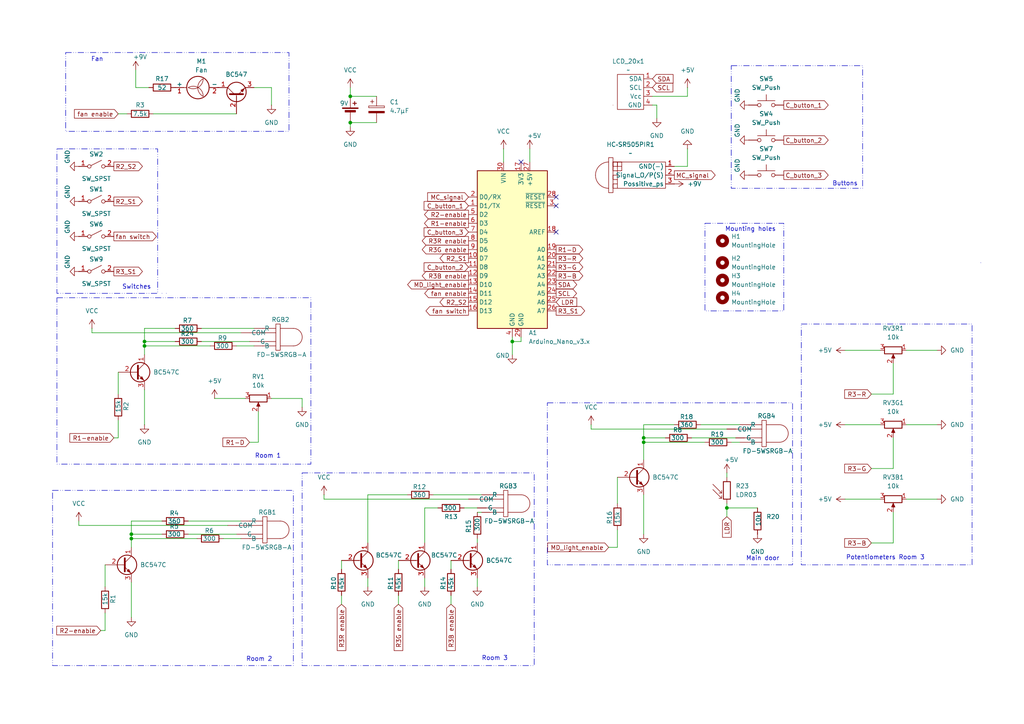
<source format=kicad_sch>
(kicad_sch (version 20231120) (generator "eeschema") (generator_version "8.0")
  (paper "A4")
  (title_block (title "Semester project (smart house)") (date "2024-10-23") (rev "v6") (company "Group 4"))
  (lib_symbols
    (symbol "101020353:LCD_screen"
      (property "Reference" "LCD_20x4" (at -0.508 1.27 0))
      (symbol "LCD_screen_0_1"
        (rectangle (start -6.35 -10.16) (end -6.35 -10.16))
        (rectangle (start -5.08 -1.27) (end 2.54 -11.43))
      )
      (symbol "LCD_screen_1_1"
        (pin bidirectional line (at 5.08 -2.54 180) (length 2.54) (name "SDA") (number "1"))
        (pin bidirectional line (at 5.08 -5.08 180) (length 2.54) (name "SCL") (number "2"))
        (pin input line (at 5.08 -7.62 180) (length 2.54) (name "Vcc") (number "3"))
        (pin passive line (at 5.08 -10.16 180) (length 2.54) (name "GND") (number "4"))
      )
    )
    (symbol "101020353:Pir_sencor"
      (property "Reference" "HC–SR505PIR" (at 3.302 1.524 0))
      (symbol "Pir_sencor_0_1"
        (arc (start -8.89 -3.81) (mid -7.7741 -6.5041) (end -5.08 -7.62))
        (arc (start -5.08 0) (mid -7.7741 -1.1159) (end -8.89 -3.81))
        (rectangle (start -5.08 1.27) (end -3.81 -8.89))
        (rectangle (start -3.81 0) (end -2.54 -1.27))
        (rectangle (start -2.54 0) (end 11.43 -7.62))
        (rectangle (start -1.27 -2.54) (end -3.81 0))
        (polyline (pts (xy -2.54 -1.27) (xy -1.27 -1.27)))
        (polyline (pts (xy -2.54 -6.35) (xy -3.81 -6.35) (xy -3.81 -7.62) (xy -2.54 -7.62)))
        (polyline (pts (xy -2.54 -3.81) (xy -3.81 -3.81) (xy -3.81 -5.08) (xy -2.54 -5.08)))
      )
      (symbol "Pir_sencor_1_1"
        (pin passive line (at 13.97 -1.27 180) (length 2.54) (name "GND(-)") (number "1"))
        (pin output line (at 13.97 -3.81 180) (length 2.54) (name "Signal_O/P(S)") (number "2"))
        (pin input line (at 13.97 -6.35 180) (length 2.54) (name "Possitive_ps") (number "3"))
      )
    )
    (symbol "Device:Battery_Cell" (pin_numbers hide) (pin_names (offset 0) hide)
      (property "Reference" "BT" (at 2.54 2.54 0))
      (property "Value" "Battery_Cell" (at 2.54 0 0))
      (symbol "Battery_Cell_0_1"
        (rectangle (start -2.286 1.778) (end 2.286 1.524) (fill (type outline)))
        (rectangle (start -1.524 1.016) (end 1.524 0.508) (fill (type outline)))
        (polyline (pts (xy 0 0.762) (xy 0 0)))
        (polyline (pts (xy 0 1.778) (xy 0 2.54)))
        (polyline (pts (xy 0.762 3.048) (xy 1.778 3.048)) (stroke (width 0.254)))
        (polyline (pts (xy 1.27 3.556) (xy 1.27 2.54)) (stroke (width 0.254)))
      )
      (symbol "Battery_Cell_1_1"
        (pin passive line (at 0 5.08 270) (length 2.54) (name "+") (number "1"))
        (pin passive line (at 0 -2.54 90) (length 2.54) (name "-") (number "2"))
      )
    )
    (symbol "Device:C_Polarized" (pin_numbers hide) (pin_names (offset 0.254))
      (property "Reference" "C" (at 0.635 2.54 0))
      (property "Value" "C_Polarized" (at 0.635 -2.54 0))
      (symbol "C_Polarized_0_1"
        (rectangle (start -2.286 0.508) (end 2.286 1.016))
        (polyline (pts (xy -1.778 2.286) (xy -0.762 2.286)))
        (polyline (pts (xy -1.27 2.794) (xy -1.27 1.778)))
        (rectangle (start 2.286 -0.508) (end -2.286 -1.016) (fill (type outline)))
      )
      (symbol "C_Polarized_1_1"
        (pin passive line (at 0 3.81 270) (length 2.794) (name "~") (number "1"))
        (pin passive line (at 0 -3.81 90) (length 2.794) (name "~") (number "2"))
      )
    )
    (symbol "Device:R" (pin_numbers hide) (pin_names (offset 0))
      (property "Reference" "R" (at 2.032 0 90))
      (property "Value" "R" (at 0 0 90))
      (symbol "R_0_1"
        (rectangle (start -1.016 -2.54) (end 1.016 2.54) (stroke (width 0.254)))
      )
      (symbol "R_1_1"
        (pin passive line (at 0 3.81 270) (length 1.27) (name "~") (number "1"))
        (pin passive line (at 0 -3.81 90) (length 1.27) (name "~") (number "2"))
      )
    )
    (symbol "Device:R_Potentiometer" (pin_names (offset 1.016) hide)
      (property "Reference" "RV" (at -4.445 0 90))
      (property "Value" "R_Potentiometer" (at -2.54 0 90))
      (symbol "R_Potentiometer_0_1"
        (polyline (pts (xy 2.54 0) (xy 1.524 0)))
        (polyline (pts (xy 1.143 0) (xy 2.286 0.508) (xy 2.286 -0.508) (xy 1.143 0)) (fill (type outline)))
        (rectangle (start 1.016 2.54) (end -1.016 -2.54) (stroke (width 0.254)))
      )
      (symbol "R_Potentiometer_1_1"
        (pin passive line (at 0 3.81 270) (length 1.27) (name "1") (number "1"))
        (pin passive line (at 3.81 0 180) (length 1.27) (name "2") (number "2"))
        (pin passive line (at 0 -3.81 90) (length 1.27) (name "3") (number "3"))
      )
    )
    (symbol "MCU_Module:Arduino_Nano_v3.x"
      (property "Reference" "A" (at -10.16 23.495 0))
      (property "Value" "Arduino_Nano_v3.x" (at 5.08 -24.13 0))
      (symbol "Arduino_Nano_v3.x_0_1"
        (rectangle (start -10.16 22.86) (end 10.16 -22.86) (stroke (width 0.254)) (fill (type background)))
      )
      (symbol "Arduino_Nano_v3.x_1_1"
        (pin bidirectional line (at -12.7 12.7 0) (length 2.54) (name "D1/TX") (number "1"))
        (pin bidirectional line (at -12.7 -2.54 0) (length 2.54) (name "D7") (number "10"))
        (pin bidirectional line (at -12.7 -5.08 0) (length 2.54) (name "D8") (number "11"))
        (pin bidirectional line (at -12.7 -7.62 0) (length 2.54) (name "D9") (number "12"))
        (pin bidirectional line (at -12.7 -10.16 0) (length 2.54) (name "D10") (number "13"))
        (pin bidirectional line (at -12.7 -12.7 0) (length 2.54) (name "D11") (number "14"))
        (pin bidirectional line (at -12.7 -15.24 0) (length 2.54) (name "D12") (number "15"))
        (pin bidirectional line (at -12.7 -17.78 0) (length 2.54) (name "D13") (number "16"))
        (pin power_out line (at 2.54 25.4 270) (length 2.54) (name "3V3") (number "17"))
        (pin input line (at 12.7 5.08 180) (length 2.54) (name "AREF") (number "18"))
        (pin bidirectional line (at 12.7 0 180) (length 2.54) (name "A0") (number "19"))
        (pin bidirectional line (at -12.7 15.24 0) (length 2.54) (name "D0/RX") (number "2"))
        (pin bidirectional line (at 12.7 -2.54 180) (length 2.54) (name "A1") (number "20"))
        (pin bidirectional line (at 12.7 -5.08 180) (length 2.54) (name "A2") (number "21"))
        (pin bidirectional line (at 12.7 -7.62 180) (length 2.54) (name "A3") (number "22"))
        (pin bidirectional line (at 12.7 -10.16 180) (length 2.54) (name "A4") (number "23"))
        (pin bidirectional line (at 12.7 -12.7 180) (length 2.54) (name "A5") (number "24"))
        (pin bidirectional line (at 12.7 -15.24 180) (length 2.54) (name "A6") (number "25"))
        (pin bidirectional line (at 12.7 -17.78 180) (length 2.54) (name "A7") (number "26"))
        (pin power_out line (at 5.08 25.4 270) (length 2.54) (name "+5V") (number "27"))
        (pin input line (at 12.7 15.24 180) (length 2.54) (name "~{RESET}") (number "28"))
        (pin power_in line (at 2.54 -25.4 90) (length 2.54) (name "GND") (number "29"))
        (pin input line (at 12.7 12.7 180) (length 2.54) (name "~{RESET}") (number "3"))
        (pin power_in line (at -2.54 25.4 270) (length 2.54) (name "VIN") (number "30"))
        (pin power_in line (at 0 -25.4 90) (length 2.54) (name "GND") (number "4"))
        (pin bidirectional line (at -12.7 10.16 0) (length 2.54) (name "D2") (number "5"))
        (pin bidirectional line (at -12.7 7.62 0) (length 2.54) (name "D3") (number "6"))
        (pin bidirectional line (at -12.7 5.08 0) (length 2.54) (name "D4") (number "7"))
        (pin bidirectional line (at -12.7 2.54 0) (length 2.54) (name "D5") (number "8"))
        (pin bidirectional line (at -12.7 0 0) (length 2.54) (name "D6") (number "9"))
      )
    )
    (symbol "Mechanical:MountingHole" (pin_names (offset 1.016)) (exclude_from_sim yes) (in_bom no)
      (property "Reference" "H" (at 0 5.08 0))
      (property "Value" "MountingHole" (at 0 3.175 0))
      (symbol "MountingHole_0_1"
        (circle (center 0 0) (radius 1.27) (stroke (width 1.27)))
      )
    )
    (symbol "Motor:Fan" (pin_names (offset 0))
      (property "Reference" "M" (at 2.54 5.08 0))
      (property "Value" "Fan" (at 2.54 -2.54 0))
      (symbol "Fan_0_1"
        (arc (start -2.54 -0.508) (mid 0.0028 0.9121) (end 0 3.81))
        (polyline (pts (xy 0 -5.08) (xy 0 -4.572)))
        (polyline (pts (xy 0 -2.2352) (xy 0 -2.6416)))
        (polyline (pts (xy 0 4.2672) (xy 0 4.6228)))
        (polyline (pts (xy 0 4.572) (xy 0 5.08)))
        (circle (center 0 1.016) (radius 3.2512) (stroke (width 0.254)))
        (arc (start 0 3.81) (mid 0.053 0.921) (end 2.54 -0.508))
        (arc (start 2.54 -0.508) (mid 0 1.0618) (end -2.54 -0.508))
      )
      (symbol "Fan_1_1"
        (pin passive line (at 0 7.62 270) (length 2.54) (name "+") (number "1"))
        (pin passive line (at 0 -5.08 90) (length 2.54) (name "-") (number "2"))
      )
    )
    (symbol "RGB_1"
      (property "Reference" "RGB2" (at -5.08 -5.08 90))
      (property "Value" "FD-5WSRGB-A" (at 5.08 -9.398 90))
      (symbol "RGB_1_0_1"
        (rectangle (start -3.81 -2.54) (end 3.81 -3.81))
        (polyline (pts (xy -2.54 -3.81) (xy -2.54 -7.62)))
        (polyline (pts (xy -2.54 1.27) (xy -2.54 -2.54)))
        (polyline (pts (xy -1.27 -3.81) (xy -1.27 -11.43)))
        (polyline (pts (xy 1.27 -3.81) (xy 1.27 -8.89)))
        (polyline (pts (xy 2.54 -3.81) (xy 2.54 -7.62)))
        (polyline (pts (xy 2.54 -2.54) (xy 2.54 1.27)))
        (arc (start 2.54 1.27) (mid 0 3.8326) (end -2.54 1.27))
      )
      (symbol "RGB_1_1_1"
        (pin input line (at 2.54 -10.16 90) (length 2.54) (name "B") (number ""))
        (pin power_in line (at -1.27 -13.97 90) (length 2.54) (name "COM") (number ""))
        (pin input line (at 1.27 -11.43 90) (length 2.54) (name "G") (number ""))
        (pin input line (at -2.54 -10.16 90) (length 2.54) (name "R") (number ""))
      )
    )
    (symbol "Sensor_Optical:LDR03" (pin_numbers hide) (pin_names (offset 0))
      (property "Reference" "R" (at -5.08 0 90))
      (property "Value" "LDR03" (at 1.905 0 90))
      (symbol "LDR03_0_1"
        (rectangle (start -1.016 2.54) (end 1.016 -2.54) (stroke (width 0.254)))
        (polyline (pts (xy -1.524 -2.286) (xy -4.064 0.254)))
        (polyline (pts (xy -1.524 -2.286) (xy -2.286 -2.286)))
        (polyline (pts (xy -1.524 -2.286) (xy -1.524 -1.524)))
        (polyline (pts (xy -1.524 -0.762) (xy -4.064 1.778)))
        (polyline (pts (xy -1.524 -0.762) (xy -2.286 -0.762)))
        (polyline (pts (xy -1.524 -0.762) (xy -1.524 0)))
      )
      (symbol "LDR03_1_1"
        (pin passive line (at 0 3.81 270) (length 1.27) (name "~") (number "1"))
        (pin passive line (at 0 -3.81 90) (length 1.27) (name "~") (number "2"))
      )
    )
    (symbol "Switch:SW_Push" (pin_numbers hide) (pin_names (offset 1.016) hide)
      (property "Reference" "SW" (at 1.27 2.54 0))
      (property "Value" "SW_Push" (at 0 -1.524 0))
      (symbol "SW_Push_0_1"
        (circle (center -2.032 0) (radius 0.508))
        (polyline (pts (xy 0 1.27) (xy 0 3.048)))
        (polyline (pts (xy 2.54 1.27) (xy -2.54 1.27)))
        (circle (center 2.032 0) (radius 0.508))
        (pin passive line (at -5.08 0 0) (length 2.54) (name "1") (number "1"))
        (pin passive line (at 5.08 0 180) (length 2.54) (name "2") (number "2"))
      )
    )
    (symbol "Switch:SW_SPST" (pin_names (offset 0) hide)
      (property "Reference" "SW" (at 0 3.175 0))
      (property "Value" "SW_SPST" (at 0 -2.54 0))
      (symbol "SW_SPST_0_0"
        (circle (center -2.032 0) (radius 0.508))
        (polyline (pts (xy -1.524 0.254) (xy 1.524 1.778)))
        (circle (center 2.032 0) (radius 0.508))
      )
      (symbol "SW_SPST_1_1"
        (pin passive line (at -5.08 0 0) (length 2.54) (name "A") (number "1"))
        (pin passive line (at 5.08 0 180) (length 2.54) (name "B") (number "2"))
      )
    )
    (symbol "Transistor_BJT:BC547" (pin_names (offset 0) hide)
      (property "Reference" "Q" (at 5.08 1.905 0))
      (property "Value" "BC547" (at 5.08 0 0))
      (symbol "BC547_0_1"
        (polyline (pts (xy 0 0) (xy 0.635 0)))
        (polyline (pts (xy 0.635 0.635) (xy 2.54 2.54)))
        (polyline (pts (xy 0.635 -0.635) (xy 2.54 -2.54) (xy 2.54 -2.54)))
        (polyline (pts (xy 0.635 1.905) (xy 0.635 -1.905) (xy 0.635 -1.905)) (stroke (width 0.508)))
        (polyline (pts (xy 1.27 -1.778) (xy 1.778 -1.27) (xy 2.286 -2.286) (xy 1.27 -1.778) (xy 1.27 -1.778)) (fill (type outline)))
        (circle (center 1.27 0) (radius 2.8194) (stroke (width 0.254)))
      )
      (symbol "BC547_1_1"
        (pin passive line (at 2.54 5.08 270) (length 2.54) (name "C") (number "1"))
        (pin input line (at -5.08 0 0) (length 5.08) (name "B") (number "2"))
        (pin passive line (at 2.54 -5.08 90) (length 2.54) (name "E") (number "3"))
      )
    )
    (symbol "power:+5V" (power) (pin_numbers hide) (pin_names (offset 0) hide)
      (property "Value" "+5V" (at 0 3.556 0))
      (symbol "+5V_0_1"
        (polyline (pts (xy -0.762 1.27) (xy 0 2.54)))
        (polyline (pts (xy 0 0) (xy 0 2.54)))
        (polyline (pts (xy 0 2.54) (xy 0.762 1.27)))
      )
      (symbol "+5V_1_1"
        (pin power_in line (at 0 0 90) (length 0) (name "~") (number "1"))
      )
    )
    (symbol "power:GND" (power) (pin_numbers hide) (pin_names (offset 0) hide)
      (property "Value" "GND" (at 0 -3.81 0))
      (symbol "GND_0_1"
        (polyline (pts (xy 0 0) (xy 0 -1.27) (xy 1.27 -1.27) (xy 0 -2.54) (xy -1.27 -1.27) (xy 0 -1.27)))
      )
      (symbol "GND_1_1"
        (pin power_in line (at 0 0 270) (length 0) (name "~") (number "1"))
      )
    )
    (symbol "power:VCC" (power) (pin_numbers hide) (pin_names (offset 0) hide)
      (property "Value" "VCC" (at 0 3.556 0))
      (symbol "VCC_0_1"
        (polyline (pts (xy -0.762 1.27) (xy 0 2.54)))
        (polyline (pts (xy 0 0) (xy 0 2.54)))
        (polyline (pts (xy 0 2.54) (xy 0.762 1.27)))
      )
      (symbol "VCC_1_1"
        (pin power_in line (at 0 0 90) (length 0) (name "~") (number "1"))
      )
    )
    (symbol "smarthome:RGB"
      (property "Reference" "RGB" (at 0 5.334 0))
      (symbol "RGB_0_1"
        (rectangle (start -3.81 -2.54) (end 3.81 -3.81))
        (polyline (pts (xy -2.54 -3.81) (xy -2.54 -7.62)))
        (polyline (pts (xy -2.54 1.27) (xy -2.54 -2.54)))
        (polyline (pts (xy -1.27 -3.81) (xy -1.27 -11.43)))
        (polyline (pts (xy 1.27 -3.81) (xy 1.27 -8.89)))
        (polyline (pts (xy 2.54 -3.81) (xy 2.54 -7.62)))
        (polyline (pts (xy 2.54 -2.54) (xy 2.54 1.27)))
        (arc (start 2.54 1.27) (mid 0 3.8326) (end -2.54 1.27))
      )
      (symbol "RGB_1_1"
        (pin input line (at 2.54 -10.16 90) (length 2.54) (name "B") (number ""))
        (pin power_in line (at -1.27 -13.97 90) (length 2.54) (name "COM") (number ""))
        (pin input line (at 1.27 -11.43 90) (length 2.54) (name "G") (number ""))
        (pin input line (at -2.54 -10.16 90) (length 2.54) (name "R") (number ""))
      )
    )
  )
  (junction (at 38.1 156.21))
  (junction (at 41.91 100.33))
  (junction (at 101.6 27.94))
  (junction (at 101.6 35.56))
  (junction (at 148.59 99.06))
  (junction (at 186.69 128.27))
  (junction (at 210.82 147.32))
  (junction (at 186.69 127))
  (junction (at 38.1 154.94))
  (junction (at 41.91 99.06))
  (no_connect (at 161.29 67.31))
  (no_connect (at 161.29 57.15))
  (no_connect (at 151.13 46.99))
  (no_connect (at 161.29 59.69))
  (wire (pts (xy 41.91 99.06) (xy 50.8 99.06)))
  (wire (pts (xy 62.23 115.57) (xy 71.12 115.57)))
  (wire (pts (xy 26.67 96.52) (xy 69.85 96.52)))
  (wire (pts (xy 123.19 147.32) (xy 123.19 157.48)))
  (wire (pts (xy 259.08 127) (xy 259.08 135.89)))
  (wire (pts (xy 41.91 100.33) (xy 60.96 100.33)))
  (wire (pts (xy 262.89 101.6) (xy 271.78 101.6)))
  (wire (pts (xy 101.6 35.56) (xy 109.22 35.56)))
  (wire (pts (xy 30.48 163.83) (xy 30.48 170.18)))
  (wire (pts (xy 22.86 151.13) (xy 22.86 152.4)))
  (wire (pts (xy 36.83 33.02) (xy 34.29 33.02)))
  (wire (pts (xy 73.66 95.25) (xy 58.42 95.25)))
  (wire (pts (xy 69.85 151.13) (xy 54.61 151.13)))
  (wire (pts (xy 115.57 162.56) (xy 115.57 165.1)))
  (wire (pts (xy 134.62 147.32) (xy 138.43 147.32)))
  (wire (pts (xy 200.5996 127) (xy 213.36 127)))
  (wire (pts (xy 195.58 48.26) (xy 199.39 48.26)))
  (wire (pts (xy 78.74 115.57) (xy 87.63 115.57)))
  (wire (pts (xy 171.45 123.19) (xy 171.45 124.46)))
  (wire (pts (xy 41.91 100.33) (xy 41.91 102.87)))
  (wire (pts (xy 29.21 182.88) (xy 30.48 182.88)))
  (wire (pts (xy 68.58 100.33) (xy 73.66 100.33)))
  (wire (pts (xy 38.1 156.21) (xy 57.15 156.21)))
  (wire (pts (xy 93.98 144.78) (xy 93.98 143.51)))
  (wire (pts (xy 210.82 147.32) (xy 210.82 149.86)))
  (wire (pts (xy 33.02 127) (xy 34.29 127)))
  (wire (pts (xy 30.48 177.8) (xy 30.48 182.88)))
  (wire (pts (xy 139.7 143.51) (xy 125.73 143.51)))
  (wire (pts (xy 138.43 167.64) (xy 138.43 170.18)))
  (wire (pts (xy 87.63 115.57) (xy 87.63 118.11)))
  (wire (pts (xy 99.06 172.72) (xy 99.06 175.26)))
  (wire (pts (xy 44.45 33.02) (xy 68.58 33.02)))
  (wire (pts (xy 262.89 123.19) (xy 271.78 123.19)))
  (wire (pts (xy 186.69 127) (xy 192.9796 127)))
  (wire (pts (xy 210.82 146.05) (xy 210.82 147.32)))
  (wire (pts (xy 245.11 101.6) (xy 255.27 101.6)))
  (wire (pts (xy 259.08 148.59) (xy 259.08 157.48)))
  (wire (pts (xy 210.82 137.16) (xy 210.82 138.43)))
  (wire (pts (xy 38.1 151.13) (xy 38.1 154.94)))
  (wire (pts (xy 41.91 113.03) (xy 41.91 123.19)))
  (wire (pts (xy 41.91 95.25) (xy 41.91 99.06)))
  (wire (pts (xy 186.69 127) (xy 186.69 128.27)))
  (wire (pts (xy 148.59 97.79) (xy 148.59 99.06)))
  (wire (pts (xy 245.11 144.78) (xy 255.27 144.78)))
  (wire (pts (xy 262.89 144.78) (xy 271.78 144.78)))
  (wire (pts (xy 123.19 147.32) (xy 127 147.32)))
  (wire (pts (xy 38.1 168.91) (xy 38.1 179.07)))
  (wire (pts (xy 186.69 128.27) (xy 186.69 133.35)))
  (wire (pts (xy 186.69 128.27) (xy 204.47 128.27)))
  (wire (pts (xy 138.43 157.48) (xy 138.43 156.21)))
  (wire (pts (xy 106.68 143.51) (xy 106.68 157.48)))
  (wire (pts (xy 34.29 107.95) (xy 34.29 114.3)))
  (wire (pts (xy 39.37 25.4) (xy 43.18 25.4)))
  (wire (pts (xy 252.73 114.3) (xy 259.08 114.3)))
  (wire (pts (xy 26.67 95.25) (xy 26.67 96.52)))
  (wire (pts (xy 245.11 123.19) (xy 255.27 123.19)))
  (wire (pts (xy 151.13 99.06) (xy 148.59 99.06)))
  (wire (pts (xy 106.68 143.51) (xy 118.11 143.51)))
  (wire (pts (xy 199.39 43.18) (xy 199.39 48.26)))
  (wire (pts (xy 199.39 27.94) (xy 199.39 25.4)))
  (wire (pts (xy 101.6 25.4) (xy 101.6 27.94)))
  (wire (pts (xy 73.66 25.4) (xy 78.74 25.4)))
  (wire (pts (xy 22.86 152.4) (xy 66.04 152.4)))
  (wire (pts (xy 171.45 124.46) (xy 210.82 124.46)))
  (wire (pts (xy 186.69 143.51) (xy 186.69 154.94)))
  (wire (pts (xy 41.91 99.06) (xy 41.91 100.33)))
  (wire (pts (xy 39.37 20.32) (xy 39.37 25.4)))
  (wire (pts (xy 259.08 105.41) (xy 259.08 114.3)))
  (wire (pts (xy 46.99 151.13) (xy 38.1 151.13)))
  (wire (pts (xy 176.53 158.75) (xy 179.07 158.75)))
  (wire (pts (xy 74.93 119.38) (xy 74.93 128.27)))
  (wire (pts (xy 99.06 162.56) (xy 99.06 165.1)))
  (wire (pts (xy 101.6 35.56) (xy 101.6 36.83)))
  (wire (pts (xy 123.19 167.64) (xy 123.19 170.18)))
  (wire (pts (xy 34.29 121.92) (xy 34.29 127)))
  (wire (pts (xy 64.77 156.21) (xy 69.85 156.21)))
  (wire (pts (xy 146.05 43.18) (xy 146.05 46.99)))
  (wire (pts (xy 252.73 157.48) (xy 259.08 157.48)))
  (wire (pts (xy 252.73 135.89) (xy 259.08 135.89)))
  (wire (pts (xy 115.57 172.72) (xy 115.57 175.26)))
  (wire (pts (xy 190.5 30.48) (xy 190.5 34.29)))
  (wire (pts (xy 212.09 128.27) (xy 214.63 128.27)))
  (wire (pts (xy 50.8 95.25) (xy 41.91 95.25)))
  (wire (pts (xy 78.74 25.4) (xy 78.74 30.48)))
  (wire (pts (xy 151.13 97.79) (xy 151.13 99.06)))
  (wire (pts (xy 189.23 27.94) (xy 199.39 27.94)))
  (wire (pts (xy 38.1 156.21) (xy 38.1 158.75)))
  (wire (pts (xy 74.93 128.27) (xy 72.39 128.27)))
  (wire (pts (xy 189.23 30.48) (xy 190.5 30.48)))
  (wire (pts (xy 179.07 153.67) (xy 179.07 158.75)))
  (wire (pts (xy 148.59 99.06) (xy 148.59 102.87)))
  (wire (pts (xy 58.42 99.06) (xy 72.39 99.06)))
  (wire (pts (xy 38.1 154.94) (xy 46.99 154.94)))
  (wire (pts (xy 195.58 123.19) (xy 186.69 123.19)))
  (wire (pts (xy 130.81 162.56) (xy 130.81 165.1)))
  (wire (pts (xy 138.43 148.59) (xy 139.7 148.59)))
  (wire (pts (xy 186.69 123.19) (xy 186.69 127)))
  (wire (pts (xy 93.98 144.78) (xy 135.89 144.78)))
  (wire (pts (xy 54.61 154.94) (xy 68.58 154.94)))
  (wire (pts (xy 153.67 43.18) (xy 153.67 46.99)))
  (wire (pts (xy 210.82 147.32) (xy 219.71 147.32)))
  (wire (pts (xy 179.07 138.43) (xy 179.07 146.05)))
  (wire (pts (xy 130.81 172.72) (xy 130.81 175.26)))
  (wire (pts (xy 214.63 123.19) (xy 203.2 123.19)))
  (wire (pts (xy 106.68 167.64) (xy 106.68 170.18)))
  (wire (pts (xy 101.6 27.94) (xy 109.22 27.94)))
  (wire (pts (xy 38.1 154.94) (xy 38.1 156.21)))
  (rectangle (start 46.99 85.09) (end 46.99 85.09))
  (rectangle (start 48.26 85.09) (end 48.26 85.09))
  (rectangle (start 284.48 76.2) (end 284.48 76.2))
  (text_box "" (at 16.51 43.18 0) (size 29.21 41.91) (stroke (width 0) (type dash_dot_dot)) (effects (font (size 1.27 1.27)) (justify left top)))
  (text_box "" (at 158.75 116.84 0) (size 71.12 46.99) (stroke (width 0) (type dash_dot_dot)) (effects (font (size 1.27 1.27)) (justify left top)))
  (text_box "" (at 16.51 86.36 0) (size 73.66 48.26) (stroke (width 0) (type dash_dot_dot)) (effects (font (size 1.27 1.27)) (justify left top)))
  (text_box "" (at 212.09 19.05 0) (size 38.1 35.56) (stroke (width 0) (type dash_dot_dot)) (effects (font (size 1.27 1.27)) (justify left top)))
  (text_box "" (at 204.47 64.77 0) (size 22.86 25.4) (stroke (width 0) (type dash_dot_dot)) (effects (font (size 1.27 1.27)) (justify left top)))
  (text_box "" (at 232.41 93.98 0) (size 49.53 69.85) (stroke (width 0) (type dash_dot_dot)) (effects (font (size 1.27 1.27)) (justify left top)))
  (text_box "" (at 19.05 15.24 0) (size 64.77 22.86) (stroke (width 0) (type dash_dot_dot)) (effects (font (size 1.27 1.27)) (justify left top)))
  (text_box "" (at 15.24 142.24 0) (size 69.85 50.8) (stroke (width 0) (type dash_dot_dot)) (effects (font (size 1.27 1.27)) (justify left top)))
  (text_box "" (at 87.63 137.16 0) (size 67.31 55.88) (stroke (width 0) (type dash_dot_dot)) (effects (font (size 1.27 1.27)) (justify left top)))
  (text "Room 1\n" (at 77.724 132.334 0) (effects (font (size 1.27 1.27))))
  (text "Main door" (at 221.234 162.052 0) (effects (font (size 1.27 1.27))))
  (text "Mounting holes" (at 217.678 66.548 0) (effects (font (size 1.27 1.27))))
  (text "Potentiometers Room 3" (at 256.794 161.798 0) (effects (font (size 1.27 1.27))))
  (text "Room 3" (at 143.51 191.008 0) (effects (font (size 1.27 1.27))))
  (text "Fan" (at 28.194 17.272 0) (effects (font (size 1.27 1.27))))
  (text "Room 2" (at 75.184 191.262 0) (effects (font (size 1.27 1.27))))
  (text "Buttons" (at 245.11 53.34 0) (effects (font (size 1.27 1.27))))
  (text "Switches" (at 39.624 83.312 0) (effects (font (size 1.27 1.27))))
  (global_label "R3-G" (shape input) (at 252.73 135.89 180) (property "Intersheetrefs" "${INTERSHEET_REFS}" (effects (hide yes))))
  (global_label "fan switch" (shape output) (at 135.89 90.17 180) (property "Intersheetrefs" "${INTERSHEET_REFS}" (effects (hide yes))))
  (global_label "SDA" (shape output) (at 161.29 82.55 0) (property "Intersheetrefs" "${INTERSHEET_REFS}" (effects (hide yes))))
  (global_label "SDA" (shape input) (at 189.23 22.86 0) (property "Intersheetrefs" "${INTERSHEET_REFS}" (effects (hide yes))))
  (global_label "SCL" (shape input) (at 189.23 25.4 0) (property "Intersheetrefs" "${INTERSHEET_REFS}" (effects (hide yes))))
  (global_label "MD_light_enable" (shape output) (at 135.89 82.55 180) (property "Intersheetrefs" "${INTERSHEET_REFS}" (effects (hide yes))))
  (global_label "R2-enable" (shape output) (at 135.89 62.23 180) (property "Intersheetrefs" "${INTERSHEET_REFS}" (effects (hide yes))))
  (global_label "MC_signal" (shape input) (at 135.89 57.15 180) (property "Intersheetrefs" "${INTERSHEET_REFS}" (effects (hide yes))))
  (global_label "R1-enable" (shape output) (at 135.89 64.77 180) (property "Intersheetrefs" "${INTERSHEET_REFS}" (effects (hide yes))))
  (global_label "C_button_3" (shape output) (at 227.33 50.8 0) (property "Intersheetrefs" "${INTERSHEET_REFS}" (effects (hide yes))))
  (global_label "fan enable" (shape input) (at 34.29 33.02 180) (property "Intersheetrefs" "${INTERSHEET_REFS}" (effects (hide yes))))
  (global_label "R2_S1" (shape output) (at 135.89 74.93 180) (property "Intersheetrefs" "${INTERSHEET_REFS}" (effects (hide yes))))
  (global_label "R3B enable" (shape input) (at 130.81 175.26 270) (property "Intersheetrefs" "${INTERSHEET_REFS}" (effects (hide yes))))
  (global_label "fan enable" (shape output) (at 135.89 85.09 180) (property "Intersheetrefs" "${INTERSHEET_REFS}" (effects (hide yes))))
  (global_label "R1-enable" (shape input) (at 33.02 127 180) (property "Intersheetrefs" "${INTERSHEET_REFS}" (effects (hide yes))))
  (global_label "C_button_2" (shape output) (at 227.33 40.64 0) (property "Intersheetrefs" "${INTERSHEET_REFS}" (effects (hide yes))))
  (global_label "R3_S1" (shape output) (at 33.02 78.74 0) (property "Intersheetrefs" "${INTERSHEET_REFS}" (effects (hide yes))))
  (global_label "fan switch" (shape output) (at 33.02 68.58 0) (property "Intersheetrefs" "${INTERSHEET_REFS}" (effects (hide yes))))
  (global_label "MC_signal" (shape output) (at 195.58 50.8 0) (property "Intersheetrefs" "${INTERSHEET_REFS}" (effects (hide yes))))
  (global_label "C_button_2" (shape input) (at 135.89 77.47 180) (property "Intersheetrefs" "${INTERSHEET_REFS}" (effects (hide yes))))
  (global_label "R3R enable" (shape input) (at 99.06 175.26 270) (property "Intersheetrefs" "${INTERSHEET_REFS}" (effects (hide yes))))
  (global_label "R3G enable" (shape input) (at 115.57 175.26 270) (property "Intersheetrefs" "${INTERSHEET_REFS}" (effects (hide yes))))
  (global_label "LDR" (shape input) (at 161.29 87.63 0) (property "Intersheetrefs" "${INTERSHEET_REFS}" (effects (hide yes))))
  (global_label "C_button_1" (shape input) (at 135.89 59.69 180) (property "Intersheetrefs" "${INTERSHEET_REFS}" (effects (hide yes))))
  (global_label "C_button_3" (shape input) (at 135.89 67.31 180) (property "Intersheetrefs" "${INTERSHEET_REFS}" (effects (hide yes))))
  (global_label "R3B enable" (shape output) (at 135.89 80.01 180) (property "Intersheetrefs" "${INTERSHEET_REFS}" (effects (hide yes))))
  (global_label "R3-R" (shape output) (at 161.29 74.93 0) (property "Intersheetrefs" "${INTERSHEET_REFS}" (effects (hide yes))))
  (global_label "R2_S1" (shape output) (at 33.02 58.42 0) (property "Intersheetrefs" "${INTERSHEET_REFS}" (effects (hide yes))))
  (global_label "R2_S2" (shape output) (at 135.89 87.63 180) (property "Intersheetrefs" "${INTERSHEET_REFS}" (effects (hide yes))))
  (global_label "R1-D" (shape output) (at 161.29 72.39 0) (property "Intersheetrefs" "${INTERSHEET_REFS}" (effects (hide yes))))
  (global_label "R2-enable" (shape input) (at 29.21 182.88 180) (property "Intersheetrefs" "${INTERSHEET_REFS}" (effects (hide yes))))
  (global_label "R3-G" (shape output) (at 161.29 77.47 0) (property "Intersheetrefs" "${INTERSHEET_REFS}" (effects (hide yes))))
  (global_label "MD_light_enable" (shape input) (at 176.53 158.75 180) (property "Intersheetrefs" "${INTERSHEET_REFS}" (effects (hide yes))))
  (global_label "R3-B" (shape output) (at 161.29 80.01 0) (property "Intersheetrefs" "${INTERSHEET_REFS}" (effects (hide yes))))
  (global_label "R3-R" (shape input) (at 252.73 114.3 180) (property "Intersheetrefs" "${INTERSHEET_REFS}" (effects (hide yes))))
  (global_label "R2_S2" (shape output) (at 33.02 48.26 0) (property "Intersheetrefs" "${INTERSHEET_REFS}" (effects (hide yes))))
  (global_label "C_button_1" (shape output) (at 227.33 30.48 0) (property "Intersheetrefs" "${INTERSHEET_REFS}" (effects (hide yes))))
  (global_label "R3G enable" (shape output) (at 135.89 72.39 180) (property "Intersheetrefs" "${INTERSHEET_REFS}" (effects (hide yes))))
  (global_label "SCL" (shape output) (at 161.29 85.09 0) (property "Intersheetrefs" "${INTERSHEET_REFS}" (effects (hide yes))))
  (global_label "R3-B" (shape input) (at 252.73 157.48 180) (property "Intersheetrefs" "${INTERSHEET_REFS}" (effects (hide yes))))
  (global_label "R3R enable" (shape output) (at 135.89 69.85 180) (property "Intersheetrefs" "${INTERSHEET_REFS}" (effects (hide yes))))
  (global_label "R1-D" (shape input) (at 72.39 128.27 180) (property "Intersheetrefs" "${INTERSHEET_REFS}" (effects (hide yes))))
  (global_label "R3_S1" (shape output) (at 161.29 90.17 0) (property "Intersheetrefs" "${INTERSHEET_REFS}" (effects (hide yes))))
  (global_label "LDR" (shape input) (at 210.82 149.86 270) (property "Intersheetrefs" "${INTERSHEET_REFS}" (effects (hide yes))))
  (symbol (lib_id "power:GND") (at 106.68 170.18 0) (unit 1)
    (property "Reference" "#PWR017" (effects (hide yes)))
    (property "Value" "GND" (at 106.68 175.26 0))
    (property "Description" "Power symbol creates a global label with name \"GND\" , ground" (effects (hide yes)))
  )
  (symbol (lib_id "Mechanical:MountingHole") (at 209.55 81.28 0) (unit 1) (exclude_from_sim yes) (in_bom no)
    (property "Reference" "H3" (at 212.09 80.0099 0) (effects (justify left)))
    (property "Value" "MountingHole" (at 212.09 82.5499 0) (effects (justify left)))
    (property "Footprint" "MountingHole:MountingHole_2.2mm_M2" (effects (hide yes)))
    (property "Description" "Mounting Hole without connection" (effects (hide yes)))
  )
  (symbol (lib_id "Device:R") (at 179.07 149.86 0) (unit 1)
    (property "Reference" "R16" (at 176.784 150.114 90))
    (property "Value" "15k" (at 179.07 150.114 90))
    (property "Footprint" "Resistor_THT:R_Axial_DIN0207_L6.3mm_D2.5mm_P10.16mm_Horizontal" (effects (hide yes)))
    (property "Description" "Resistor" (effects (hide yes)))
  )
  (symbol (lib_id "power:VCC") (at 22.86 151.13 0) (unit 1)
    (property "Reference" "#PWR01" (effects (hide yes)))
    (property "Value" "VCC" (at 22.86 146.05 0))
    (property "Description" "Power symbol creates a global label with name \"VCC\"" (effects (hide yes)))
  )
  (symbol (lib_id "Device:R") (at 50.8 154.94 270) (unit 1)
    (property "Reference" "R5" (at 50.546 152.654 90))
    (property "Value" "300" (at 50.546 154.94 90))
    (property "Footprint" "Resistor_THT:R_Axial_DIN0207_L6.3mm_D2.5mm_P10.16mm_Horizontal" (effects (hide yes)))
    (property "Description" "Resistor" (effects (hide yes)))
  )
  (symbol (lib_id "smarthome:RGB") (at 224.79 125.73 270) (unit 1)
    (property "Reference" "RGB4" (at 219.71 120.65 90) (effects (justify left)))
    (property "Value" "FD-5WSRGB-A" (at 215.392 130.81 90) (effects (justify left)))
    (property "Footprint" "Connector_PinSocket_2.54mm:PinSocket_2x02_P2.54mm_Vertical" (effects (hide yes)))
  )
  (symbol (lib_id "smarthome:RGB") (at 80.01 153.67 270) (unit 1)
    (property "Reference" "RGB1" (at 74.93 148.59 90) (effects (justify left)))
    (property "Value" "FD-5WSRGB-A" (at 70.104 158.75 90) (effects (justify left)))
    (property "Footprint" "Connector_PinSocket_2.54mm:PinSocket_2x02_P2.54mm_Vertical" (effects (hide yes)))
  )
  (symbol (lib_id "power:GND") (at 22.86 48.26 270) (unit 1)
    (property "Reference" "#PWR02" (effects (hide yes)))
    (property "Value" "GND" (at 19.558 45.466 0))
    (property "Description" "Power symbol creates a global label with name \"GND\" , ground" (effects (hide yes)))
  )
  (symbol (lib_id "Device:Battery_Cell") (at 101.6 33.02 0) (unit 1)
    (property "Reference" "BT1" (effects (hide yes)))
    (property "Value" "9V" (at 98.552 29.972 0) (effects (justify left)))
    (property "Footprint" "Connector_PinHeader_2.54mm:PinHeader_1x02_P2.54mm_Vertical" (effects (hide yes)))
    (property "Description" "Single-cell battery" (effects (hide yes)))
  )
  (symbol (lib_id "power:GND") (at 199.39 43.18 180) (unit 1)
    (property "Reference" "#PWR027" (effects (hide yes)))
    (property "Value" "GND" (at 199.39 38.1 0))
    (property "Description" "Power symbol creates a global label with name \"GND\" , ground" (effects (hide yes)))
  )
  (symbol (lib_id "power:GND") (at 190.5 34.29 0) (unit 1)
    (property "Reference" "#PWR025" (effects (hide yes)))
    (property "Value" "GND" (at 190.5 39.37 0))
    (property "Description" "Power symbol creates a global label with name \"GND\" , ground" (effects (hide yes)))
  )
  (symbol (lib_id "Transistor_BJT:BC547") (at 68.58 27.94 90) (unit 1)
    (property "Reference" "Q3" (effects (hide yes)))
    (property "Value" "BC547" (at 68.58 21.59 90))
    (property "Footprint" "Package_TO_SOT_THT:TO-92_HandSolder" (effects (hide yes)))
    (property "Datasheet" "https://www.onsemi.com/pub/Collateral/BC550-D.pdf" (effects (hide yes)))
    (property "Description" "0.1A Ic, 45V Vce, Small Signal NPN Transistor, TO-92" (effects (hide yes)))
  )
  (symbol (lib_id "Switch:SW_Push") (at 222.25 50.8 0) (unit 1)
    (property "Reference" "SW7" (at 222.25 43.18 0))
    (property "Value" "SW_Push" (at 222.25 45.72 0))
    (property "Footprint" "Connector_PinHeader_2.54mm:PinHeader_1x02_P2.54mm_Vertical" (effects (hide yes)))
    (property "Description" "Push button switch, generic, two pins" (effects (hide yes)))
  )
  (symbol (lib_id "power:GND") (at 217.17 40.64 270) (unit 1)
    (property "Reference" "#PWR08" (effects (hide yes)))
    (property "Value" "GND" (at 213.868 37.846 0))
    (property "Description" "Power symbol creates a global label with name \"GND\" , ground" (effects (hide yes)))
  )
  (symbol (lib_id "power:VCC") (at 26.67 95.25 0) (unit 1)
    (property "Reference" "#PWR03" (effects (hide yes)))
    (property "Value" "VCC" (at 26.67 90.17 0))
    (property "Description" "Power symbol creates a global label with name \"VCC\"" (effects (hide yes)))
  )
  (symbol (lib_id "Mechanical:MountingHole") (at 209.55 69.85 0) (unit 1) (exclude_from_sim yes) (in_bom no)
    (property "Reference" "H1" (at 212.09 68.5799 0) (effects (justify left)))
    (property "Value" "MountingHole" (at 212.09 71.1199 0) (effects (justify left)))
    (property "Footprint" "MountingHole:MountingHole_2.2mm_M2" (effects (hide yes)))
    (property "Description" "Mounting Hole without connection" (effects (hide yes)))
  )
  (symbol (lib_id "Device:R") (at 54.61 99.06 270) (unit 1)
    (property "Reference" "R24" (at 54.356 96.774 90))
    (property "Value" "300" (at 54.356 99.06 90))
    (property "Footprint" "Resistor_THT:R_Axial_DIN0207_L6.3mm_D2.5mm_P10.16mm_Horizontal" (effects (hide yes)))
    (property "Description" "Resistor" (effects (hide yes)))
  )
  (symbol (lib_id "Device:C_Polarized") (at 109.22 31.75 0) (unit 1)
    (property "Reference" "C1" (at 113.03 29.5909 0) (effects (justify left)))
    (property "Value" "4.7µF" (at 113.03 32.1309 0) (effects (justify left)))
    (property "Footprint" "Library:CAPPRD200W45D500H500" (effects (hide yes)))
    (property "Description" "Polarized capacitor" (effects (hide yes)))
  )
  (symbol (lib_id "Device:R") (at 115.57 168.91 0) (unit 1)
    (property "Reference" "R11" (at 113.284 169.164 90))
    (property "Value" "45k" (at 115.57 169.164 90))
    (property "Footprint" "Resistor_THT:R_Axial_DIN0207_L6.3mm_D2.5mm_P10.16mm_Horizontal" (effects (hide yes)))
    (property "Description" "Resistor" (effects (hide yes)))
  )
  (symbol (lib_id "101020353:Pir_sencor") (at 181.61 46.99 0) (unit 1)
    (property "Reference" "HC–SR505PIR1" (at 182.88 41.91 0))
    (property "Value" "~" (at 182.88 44.45 0))
    (property "Footprint" "Connector_PinHeader_2.54mm:PinHeader_1x03_P2.54mm_Vertical" (effects (hide yes)))
  )
  (symbol (lib_id "power:GND") (at 78.74 30.48 0) (unit 1)
    (property "Reference" "#PWR012" (effects (hide yes)))
    (property "Value" "GND" (at 78.74 35.56 0))
    (property "Description" "Power symbol creates a global label with name \"GND\" , ground" (effects (hide yes)))
  )
  (symbol (lib_id "power:VCC") (at 101.6 25.4 0) (unit 1)
    (property "Reference" "#PWR015" (effects (hide yes)))
    (property "Value" "VCC" (at 101.6 20.32 0))
    (property "Description" "Power symbol creates a global label with name \"VCC\"" (effects (hide yes)))
  )
  (symbol (lib_id "Device:R_Potentiometer") (at 259.08 101.6 270) (unit 1)
    (property "Reference" "RV3R1" (at 259.08 95.25 90))
    (property "Value" "10k" (at 259.08 97.79 90))
    (property "Footprint" "Connector_PinHeader_2.54mm:PinHeader_1x03_P2.54mm_Vertical" (effects (hide yes)))
    (property "Description" "Potentiometer" (effects (hide yes)))
  )
  (symbol (lib_id "power:GND") (at 271.78 101.6 90) (unit 1)
    (property "Reference" "#PWR035" (effects (hide yes)))
    (property "Value" "GND" (at 275.59 101.5999 90) (effects (justify right)))
    (property "Description" "Power symbol creates a global label with name \"GND\" , ground" (effects (hide yes)))
  )
  (symbol (lib_id "Motor:Fan") (at 58.42 25.4 90) (unit 1)
    (property "Reference" "M1" (at 58.42 17.78 90))
    (property "Value" "Fan" (at 58.42 20.32 90))
    (property "Footprint" "Connector_PinHeader_2.54mm:PinHeader_1x02_P2.54mm_Vertical" (effects (hide yes)))
    (property "Description" "Fan" (effects (hide yes)))
  )
  (symbol (lib_id "power:GND") (at 271.78 144.78 90) (unit 1)
    (property "Reference" "#PWR037" (effects (hide yes)))
    (property "Value" "GND" (at 275.59 144.7799 90) (effects (justify right)))
    (property "Description" "Power symbol creates a global label with name \"GND\" , ground" (effects (hide yes)))
  )
  (symbol (lib_id "Transistor_BJT:BC547") (at 135.89 162.56 0) (unit 1)
    (property "Reference" "Q8" (effects (hide yes)))
    (property "Value" "BC547C" (at 140.97 162.5599 0) (effects (justify left)))
    (property "Footprint" "Package_TO_SOT_THT:TO-92_HandSolder" (effects (hide yes)))
    (property "Datasheet" "https://www.onsemi.com/pub/Collateral/BC550-D.pdf" (effects (hide yes)))
    (property "Description" "0.1A Ic, 45V Vce, Small Signal NPN Transistor, TO-92" (effects (hide yes)))
  )
  (symbol (lib_id "Device:R") (at 219.71 151.13 0) (unit 1)
    (property "Reference" "R20" (at 222.25 149.8599 0) (effects (justify left)))
    (property "Value" "10k" (at 219.964 152.654 90) (effects (justify left)))
    (property "Footprint" "Resistor_THT:R_Axial_DIN0207_L6.3mm_D2.5mm_P10.16mm_Horizontal" (effects (hide yes)))
    (property "Description" "Resistor" (effects (hide yes)))
  )
  (symbol (lib_id "Transistor_BJT:BC547") (at 35.56 163.83 0) (unit 1)
    (property "Reference" "Q1" (effects (hide yes)))
    (property "Value" "BC547C" (at 40.64 163.8299 0) (effects (justify left)))
    (property "Footprint" "Package_TO_SOT_THT:TO-92_HandSolder" (effects (hide yes)))
    (property "Datasheet" "https://www.onsemi.com/pub/Collateral/BC550-D.pdf" (effects (hide yes)))
    (property "Description" "0.1A Ic, 45V Vce, Small Signal NPN Transistor, TO-92" (effects (hide yes)))
  )
  (symbol (lib_id "power:+5V") (at 245.11 101.6 90) (unit 1)
    (property "Reference" "#PWR032" (effects (hide yes)))
    (property "Value" "+5V" (at 241.3 101.5999 90) (effects (justify left)))
    (property "Description" "Power symbol creates a global label with name \"+5V\"" (effects (hide yes)))
  )
  (symbol (lib_id "Device:R") (at 34.29 118.11 180) (unit 1)
    (property "Reference" "R2" (at 36.576 117.856 90))
    (property "Value" "15k" (at 34.29 117.856 90))
    (property "Footprint" "Resistor_THT:R_Axial_DIN0207_L6.3mm_D2.5mm_P10.16mm_Horizontal" (effects (hide yes)))
    (property "Description" "Resistor" (effects (hide yes)))
  )
  (symbol (lib_id "power:VCC") (at 199.39 25.4 0) (unit 1)
    (property "Reference" "#PWR026" (effects (hide yes)))
    (property "Value" "+5V" (at 199.39 20.32 0))
    (property "Description" "Power symbol creates a global label with name \"VCC\"" (effects (hide yes)))
  )
  (symbol (lib_id "Switch:SW_Push") (at 222.25 40.64 0) (unit 1)
    (property "Reference" "SW4" (at 222.25 33.02 0))
    (property "Value" "SW_Push" (at 222.25 35.56 0))
    (property "Footprint" "Connector_PinHeader_2.54mm:PinHeader_1x02_P2.54mm_Vertical" (effects (hide yes)))
    (property "Description" "Push button switch, generic, two pins" (effects (hide yes)))
  )
  (symbol (lib_id "Switch:SW_SPST") (at 27.94 48.26 0) (unit 1)
    (property "Reference" "SW2" (at 27.94 44.704 0))
    (property "Value" "SW_SPST" (at 27.94 51.816 0))
    (property "Footprint" "Connector_PinHeader_2.54mm:PinHeader_1x02_P2.54mm_Vertical" (effects (hide yes)))
    (property "Description" "Single Pole Single Throw (SPST) switch" (effects (hide yes)))
  )
  (symbol (lib_id "power:GND") (at 41.91 123.19 0) (unit 1)
    (property "Reference" "#PWR06" (effects (hide yes)))
    (property "Value" "GND" (at 41.91 128.27 0))
    (property "Description" "Power symbol creates a global label with name \"GND\" , ground" (effects (hide yes)))
  )
  (symbol (lib_id "power:+5V") (at 210.82 137.16 0) (unit 1)
    (property "Reference" "#PWR041" (effects (hide yes)))
    (property "Value" "+5V" (at 212.09 133.35 0))
    (property "Description" "Power symbol creates a global label with name \"+5V\"" (effects (hide yes)))
  )
  (symbol (lib_id "Device:R") (at 130.81 168.91 0) (unit 1)
    (property "Reference" "R14" (at 128.524 169.164 90))
    (property "Value" "45k" (at 130.81 169.164 90))
    (property "Footprint" "Resistor_THT:R_Axial_DIN0207_L6.3mm_D2.5mm_P10.16mm_Horizontal" (effects (hide yes)))
    (property "Description" "Resistor" (effects (hide yes)))
  )
  (symbol (lib_id "Switch:SW_SPST") (at 27.94 58.42 0) (unit 1)
    (property "Reference" "SW1" (at 27.94 54.864 0))
    (property "Value" "SW_SPST" (at 27.94 61.976 0))
    (property "Footprint" "Connector_PinHeader_2.54mm:PinHeader_1x02_P2.54mm_Vertical" (effects (hide yes)))
    (property "Description" "Single Pole Single Throw (SPST) switch" (effects (hide yes)))
  )
  (symbol (lib_id "power:GND") (at 123.19 170.18 0) (unit 1)
    (property "Reference" "#PWR018" (effects (hide yes)))
    (property "Value" "GND" (at 123.19 175.26 0))
    (property "Description" "Power symbol creates a global label with name \"GND\" , ground" (effects (hide yes)))
  )
  (symbol (lib_id "power:VCC") (at 171.45 123.19 0) (unit 1)
    (property "Reference" "#PWR023" (effects (hide yes)))
    (property "Value" "VCC" (at 171.45 118.11 0))
    (property "Description" "Power symbol creates a global label with name \"VCC\"" (effects (hide yes)))
  )
  (symbol (lib_id "power:+5V") (at 245.11 123.19 90) (unit 1)
    (property "Reference" "#PWR033" (effects (hide yes)))
    (property "Value" "+5V" (at 241.3 123.1899 90) (effects (justify left)))
    (property "Description" "Power symbol creates a global label with name \"+5V\"" (effects (hide yes)))
  )
  (symbol (lib_id "Transistor_BJT:BC547") (at 39.37 107.95 0) (unit 1)
    (property "Reference" "Q2" (effects (hide yes)))
    (property "Value" "BC547C" (at 44.45 107.9499 0) (effects (justify left)))
    (property "Footprint" "Package_TO_SOT_THT:TO-92_HandSolder" (effects (hide yes)))
    (property "Datasheet" "https://www.onsemi.com/pub/Collateral/BC550-D.pdf" (effects (hide yes)))
    (property "Description" "0.1A Ic, 45V Vce, Small Signal NPN Transistor, TO-92" (effects (hide yes)))
  )
  (symbol (lib_id "Device:R") (at 121.92 143.51 270) (unit 1)
    (property "Reference" "R12" (at 121.666 141.224 90))
    (property "Value" "360" (at 121.666 143.51 90))
    (property "Footprint" "Resistor_THT:R_Axial_DIN0207_L6.3mm_D2.5mm_P10.16mm_Horizontal" (effects (hide yes)))
    (property "Description" "Resistor" (effects (hide yes)))
  )
  (symbol (lib_id "power:+5V") (at 195.58 53.34 270) (unit 1)
    (property "Reference" "#PWR09" (effects (hide yes)))
    (property "Value" "+9V" (at 199.39 53.3399 90) (effects (justify left)))
    (property "Description" "Power symbol creates a global label with name \"+5V\"" (effects (hide yes)))
  )
  (symbol (lib_id "Switch:SW_SPST") (at 27.94 78.74 0) (unit 1)
    (property "Reference" "SW9" (at 27.94 75.184 0))
    (property "Value" "SW_SPST" (at 27.94 82.296 0))
    (property "Footprint" "Connector_PinHeader_2.54mm:PinHeader_1x02_P2.54mm_Vertical" (effects (hide yes)))
    (property "Description" "Single Pole Single Throw (SPST) switch" (effects (hide yes)))
  )
  (symbol (lib_id "Transistor_BJT:BC547") (at 184.15 138.43 0) (unit 1)
    (property "Reference" "Q9" (effects (hide yes)))
    (property "Value" "BC547C" (at 189.23 138.4299 0) (effects (justify left)))
    (property "Footprint" "Package_TO_SOT_THT:TO-92_HandSolder" (effects (hide yes)))
    (property "Datasheet" "https://www.onsemi.com/pub/Collateral/BC550-D.pdf" (effects (hide yes)))
    (property "Description" "0.1A Ic, 45V Vce, Small Signal NPN Transistor, TO-92" (effects (hide yes)))
  )
  (symbol (lib_id "power:GND") (at 22.86 78.74 270) (unit 1)
    (property "Reference" "#PWR031" (effects (hide yes)))
    (property "Value" "GND" (at 19.558 75.946 0))
    (property "Description" "Power symbol creates a global label with name \"GND\" , ground" (effects (hide yes)))
  )
  (symbol (lib_name "RGB_1") (lib_id "smarthome:RGB") (at 83.82 97.79 270) (unit 1)
    (property "Reference" "RGB2" (at 78.74 92.71 90) (effects (justify left)))
    (property "Value" "FD-5WSRGB-A" (at 74.422 102.87 90) (effects (justify left)))
    (property "Footprint" "Connector_PinSocket_2.54mm:PinSocket_2x02_P2.54mm_Vertical" (effects (hide yes)))
  )
  (symbol (lib_id "Device:R") (at 138.43 152.4 180) (unit 1)
    (property "Reference" "R15" (at 135.89 152.654 90))
    (property "Value" "300" (at 138.43 152.146 90))
    (property "Footprint" "Resistor_THT:R_Axial_DIN0207_L6.3mm_D2.5mm_P10.16mm_Horizontal" (effects (hide yes)))
    (property "Description" "Resistor" (effects (hide yes)))
  )
  (symbol (lib_id "Device:R") (at 196.7896 127 270) (unit 1)
    (property "Reference" "R8" (at 196.5356 124.714 90))
    (property "Value" "300" (at 196.5356 127 90))
    (property "Footprint" "Resistor_THT:R_Axial_DIN0207_L6.3mm_D2.5mm_P10.16mm_Horizontal" (effects (hide yes)))
    (property "Description" "Resistor" (effects (hide yes)))
  )
  (symbol (lib_id "power:GND") (at 38.1 179.07 0) (unit 1)
    (property "Reference" "#PWR05" (effects (hide yes)))
    (property "Value" "GND" (at 38.1 184.15 0))
    (property "Description" "Power symbol creates a global label with name \"GND\" , ground" (effects (hide yes)))
  )
  (symbol (lib_id "smarthome:RGB") (at 149.86 146.05 270) (unit 1)
    (property "Reference" "RGB3" (at 144.78 140.97 90) (effects (justify left)))
    (property "Value" "FD-5WSRGB-A" (at 140.462 151.13 90) (effects (justify left)))
    (property "Footprint" "Connector_PinSocket_2.54mm:PinSocket_2x02_P2.54mm_Vertical" (effects (hide yes)))
  )
  (symbol (lib_id "Transistor_BJT:BC547") (at 120.65 162.56 0) (unit 1)
    (property "Reference" "Q7" (effects (hide yes)))
    (property "Value" "BC547C" (at 124.968 161.036 0) (effects (justify left)))
    (property "Footprint" "Package_TO_SOT_THT:TO-92_HandSolder" (effects (hide yes)))
    (property "Datasheet" "https://www.onsemi.com/pub/Collateral/BC550-D.pdf" (effects (hide yes)))
    (property "Description" "0.1A Ic, 45V Vce, Small Signal NPN Transistor, TO-92" (effects (hide yes)))
  )
  (symbol (lib_id "power:+5V") (at 39.37 20.32 0) (unit 1)
    (property "Reference" "#PWR04" (effects (hide yes)))
    (property "Value" "+9V" (at 40.64 16.51 0))
    (property "Description" "Power symbol creates a global label with name \"+5V\"" (effects (hide yes)))
  )
  (symbol (lib_id "Mechanical:MountingHole") (at 209.55 86.36 0) (unit 1) (exclude_from_sim yes) (in_bom no)
    (property "Reference" "H4" (at 212.09 85.0899 0) (effects (justify left)))
    (property "Value" "MountingHole" (at 212.09 87.6299 0) (effects (justify left)))
    (property "Footprint" "MountingHole:MountingHole_2.2mm_M2" (effects (hide yes)))
    (property "Description" "Mounting Hole without connection" (effects (hide yes)))
  )
  (symbol (lib_id "Device:R") (at 99.06 168.91 0) (unit 1)
    (property "Reference" "R10" (at 96.774 169.164 90))
    (property "Value" "45k" (at 99.06 169.164 90))
    (property "Footprint" "Resistor_THT:R_Axial_DIN0207_L6.3mm_D2.5mm_P10.16mm_Horizontal" (effects (hide yes)))
    (property "Description" "Resistor" (effects (hide yes)))
  )
  (symbol (lib_id "Device:R_Potentiometer") (at 259.08 123.19 270) (unit 1)
    (property "Reference" "RV3G1" (at 259.08 116.84 90))
    (property "Value" "10k" (at 259.08 119.38 90))
    (property "Footprint" "Connector_PinHeader_2.54mm:PinHeader_1x03_P2.54mm_Vertical" (effects (hide yes)))
    (property "Description" "Potentiometer" (effects (hide yes)))
  )
  (symbol (lib_id "power:GND") (at 186.69 154.94 0) (unit 1)
    (property "Reference" "#PWR024" (effects (hide yes)))
    (property "Value" "GND" (at 186.69 160.02 0))
    (property "Description" "Power symbol creates a global label with name \"GND\" , ground" (effects (hide yes)))
  )
  (symbol (lib_id "power:GND") (at 219.71 154.94 0) (unit 1)
    (property "Reference" "#PWR028" (effects (hide yes)))
    (property "Value" "GND" (at 219.71 160.02 0))
    (property "Description" "Power symbol creates a global label with name \"GND\" , ground" (effects (hide yes)))
  )
  (symbol (lib_id "Device:R") (at 30.48 173.99 180) (unit 1)
    (property "Reference" "R1" (at 32.766 173.736 90))
    (property "Value" "15k" (at 30.48 173.736 90))
    (property "Footprint" "Resistor_THT:R_Axial_DIN0207_L6.3mm_D2.5mm_P10.16mm_Horizontal" (effects (hide yes)))
    (property "Description" "Resistor" (effects (hide yes)))
  )
  (symbol (lib_id "power:+5V") (at 153.67 43.18 0) (unit 1)
    (property "Reference" "#PWR022" (effects (hide yes)))
    (property "Value" "+5V" (at 154.94 39.37 0))
    (property "Description" "Power symbol creates a global label with name \"+5V\"" (effects (hide yes)))
  )
  (symbol (lib_id "Device:R") (at 50.8 151.13 270) (unit 1)
    (property "Reference" "R4" (at 50.546 148.844 90))
    (property "Value" "360" (at 50.546 151.13 90))
    (property "Footprint" "Resistor_THT:R_Axial_DIN0207_L6.3mm_D2.5mm_P10.16mm_Horizontal" (effects (hide yes)))
    (property "Description" "Resistor" (effects (hide yes)))
  )
  (symbol (lib_id "power:GND") (at 101.6 36.83 0) (unit 1)
    (property "Reference" "#PWR016" (effects (hide yes)))
    (property "Value" "GND" (at 101.6 41.91 0))
    (property "Description" "Power symbol creates a global label with name \"GND\" , ground" (effects (hide yes)))
  )
  (symbol (lib_id "Device:R_Potentiometer") (at 259.08 144.78 270) (unit 1)
    (property "Reference" "RV3B1" (at 259.08 138.43 90))
    (property "Value" "10k" (at 259.08 140.97 90))
    (property "Footprint" "Connector_PinHeader_2.54mm:PinHeader_1x03_P2.54mm_Vertical" (effects (hide yes)))
    (property "Description" "Potentiometer" (effects (hide yes)))
  )
  (symbol (lib_id "power:+5V") (at 62.23 115.57 0) (unit 1)
    (property "Reference" "#PWR011" (effects (hide yes)))
    (property "Value" "+5V" (at 62.23 110.49 0))
    (property "Description" "Power symbol creates a global label with name \"+5V\"" (effects (hide yes)))
  )
  (symbol (lib_id "Transistor_BJT:BC547") (at 104.14 162.56 0) (unit 1)
    (property "Reference" "Q6" (effects (hide yes)))
    (property "Value" "BC547C" (at 108.966 161.036 0) (effects (justify left)))
    (property "Footprint" "Package_TO_SOT_THT:TO-92_HandSolder" (effects (hide yes)))
    (property "Datasheet" "https://www.onsemi.com/pub/Collateral/BC550-D.pdf" (effects (hide yes)))
    (property "Description" "0.1A Ic, 45V Vce, Small Signal NPN Transistor, TO-92" (effects (hide yes)))
  )
  (symbol (lib_id "power:VCC") (at 93.98 143.51 0) (unit 1)
    (property "Reference" "#PWR014" (effects (hide yes)))
    (property "Value" "VCC" (at 93.98 138.43 0))
    (property "Description" "Power symbol creates a global label with name \"VCC\"" (effects (hide yes)))
  )
  (symbol (lib_id "power:GND") (at 148.59 102.87 0) (unit 1)
    (property "Reference" "#PWR021" (effects (hide yes)))
    (property "Value" "GND" (at 145.796 103.124 0))
    (property "Description" "Power symbol creates a global label with name \"GND\" , ground" (effects (hide yes)))
  )
  (symbol (lib_id "MCU_Module:Arduino_Nano_v3.x") (at 148.59 72.39 0) (unit 1)
    (property "Reference" "A1" (at 153.3241 96.52 0) (effects (justify left)))
    (property "Value" "Arduino_Nano_v3.x" (at 153.3241 99.06 0) (effects (justify left)))
    (property "Footprint" "Module:Arduino_Nano" (effects (hide yes)))
    (property "Datasheet" "http://www.mouser.com/pdfdocs/Gravitech_Arduino_Nano3_0.pdf" (effects (hide yes)))
    (property "Description" "Arduino Nano v3.x" (effects (hide yes)))
  )
  (symbol (lib_id "power:GND") (at 22.86 58.42 270) (unit 1)
    (property "Reference" "#PWR010" (effects (hide yes)))
    (property "Value" "GND" (at 19.558 55.626 0))
    (property "Description" "Power symbol creates a global label with name \"GND\" , ground" (effects (hide yes)))
  )
  (symbol (lib_id "power:GND") (at 87.63 118.11 0) (unit 1)
    (property "Reference" "#PWR013" (effects (hide yes)))
    (property "Value" "GND" (at 87.63 123.19 0))
    (property "Description" "Power symbol creates a global label with name \"GND\" , ground" (effects (hide yes)))
  )
  (symbol (lib_id "power:GND") (at 217.17 50.8 270) (unit 1)
    (property "Reference" "#PWR030" (effects (hide yes)))
    (property "Value" "GND" (at 213.868 48.006 0))
    (property "Description" "Power symbol creates a global label with name \"GND\" , ground" (effects (hide yes)))
  )
  (symbol (lib_id "101020353:LCD_screen") (at 184.15 20.32 0) (unit 1)
    (property "Reference" "LCD_20x1" (at 182.245 17.78 0))
    (property "Value" "~" (at 182.245 20.32 0))
    (property "Footprint" "Connector_PinHeader_2.54mm:PinHeader_1x04_P2.54mm_Vertical" (effects (hide yes)))
  )
  (symbol (lib_id "power:VCC") (at 146.05 43.18 0) (unit 1)
    (property "Reference" "#PWR020" (effects (hide yes)))
    (property "Value" "VCC" (at 146.05 38.1 0))
    (property "Description" "Power symbol creates a global label with name \"VCC\"" (effects (hide yes)))
  )
  (symbol (lib_id "power:GND") (at 217.17 30.48 270) (unit 1)
    (property "Reference" "#PWR07" (effects (hide yes)))
    (property "Value" "GND" (at 213.868 27.686 0))
    (property "Description" "Power symbol creates a global label with name \"GND\" , ground" (effects (hide yes)))
  )
  (symbol (lib_id "power:GND") (at 22.86 68.58 270) (unit 1)
    (property "Reference" "#PWR029" (effects (hide yes)))
    (property "Value" "GND" (at 19.558 65.786 0))
    (property "Description" "Power symbol creates a global label with name \"GND\" , ground" (effects (hide yes)))
  )
  (symbol (lib_id "Device:R") (at 130.81 147.32 270) (unit 1)
    (property "Reference" "R13" (at 130.81 149.86 90))
    (property "Value" "300" (at 130.556 147.32 90))
    (property "Footprint" "Resistor_THT:R_Axial_DIN0207_L6.3mm_D2.5mm_P10.16mm_Horizontal" (effects (hide yes)))
    (property "Description" "Resistor" (effects (hide yes)))
  )
  (symbol (lib_id "Device:R") (at 208.28 128.27 270) (unit 1)
    (property "Reference" "R19" (at 208.026 125.984 90))
    (property "Value" "300" (at 208.026 128.27 90))
    (property "Footprint" "Resistor_THT:R_Axial_DIN0207_L6.3mm_D2.5mm_P10.16mm_Horizontal" (effects (hide yes)))
    (property "Description" "Resistor" (effects (hide yes)))
  )
  (symbol (lib_id "Switch:SW_SPST") (at 27.94 68.58 0) (unit 1)
    (property "Reference" "SW6" (at 27.94 65.024 0))
    (property "Value" "SW_SPST" (at 27.94 72.136 0))
    (property "Footprint" "Connector_PinHeader_2.54mm:PinHeader_1x02_P2.54mm_Vertical" (effects (hide yes)))
    (property "Description" "Single Pole Single Throw (SPST) switch" (effects (hide yes)))
  )
  (symbol (lib_id "Device:R_Potentiometer") (at 74.93 115.57 270) (unit 1)
    (property "Reference" "RV1" (at 74.93 109.22 90))
    (property "Value" "10k" (at 74.93 111.76 90))
    (property "Footprint" "Connector_PinHeader_2.54mm:PinHeader_1x03_P2.54mm_Vertical" (effects (hide yes)))
    (property "Description" "Potentiometer" (effects (hide yes)))
  )
  (symbol (lib_id "power:+5V") (at 245.11 144.78 90) (unit 1)
    (property "Reference" "#PWR034" (effects (hide yes)))
    (property "Value" "+5V" (at 241.3 144.7799 90) (effects (justify left)))
    (property "Description" "Power symbol creates a global label with name \"+5V\"" (effects (hide yes)))
  )
  (symbol (lib_id "Sensor_Optical:LDR03") (at 210.82 142.24 0) (unit 1)
    (property "Reference" "R23" (at 213.36 140.9699 0) (effects (justify left)))
    (property "Value" "LDR03" (at 213.36 143.5099 0) (effects (justify left)))
    (property "Footprint" "Connector_PinHeader_2.54mm:PinHeader_1x02_P2.54mm_Vertical" (effects (hide yes)))
    (property "Datasheet" "http://www.elektronica-componenten.nl/WebRoot/StoreNL/Shops/61422969/54F1/BA0C/C664/31B9/2173/C0A8/2AB9/2AEF/LDR03IMP.pdf" (effects (hide yes)))
    (property "Description" "light dependent resistor" (effects (hide yes)))
  )
  (symbol (lib_id "Device:R") (at 40.64 33.02 90) (unit 1)
    (property "Reference" "R3" (at 40.64 30.48 90))
    (property "Value" "7.5k" (at 40.64 33.02 90))
    (property "Footprint" "Resistor_THT:R_Axial_DIN0207_L6.3mm_D2.5mm_P10.16mm_Horizontal" (effects (hide yes)))
    (property "Description" "Resistor" (effects (hide yes)))
  )
  (symbol (lib_id "Device:R") (at 46.99 25.4 90) (unit 1)
    (property "Reference" "R17" (at 46.99 22.86 90))
    (property "Value" "52" (at 46.99 25.4 90))
    (property "Footprint" "Resistor_THT:R_Axial_DIN0207_L6.3mm_D2.5mm_P10.16mm_Horizontal" (effects (hide yes)))
    (property "Description" "Resistor" (effects (hide yes)))
  )
  (symbol (lib_id "Mechanical:MountingHole") (at 209.55 76.2 0) (unit 1) (exclude_from_sim yes) (in_bom no)
    (property "Reference" "H2" (at 212.09 74.9299 0) (effects (justify left)))
    (property "Value" "MountingHole" (at 212.09 77.4699 0) (effects (justify left)))
    (property "Footprint" "MountingHole:MountingHole_2.2mm_M2" (effects (hide yes)))
    (property "Description" "Mounting Hole without connection" (effects (hide yes)))
  )
  (symbol (lib_id "Device:R") (at 64.77 100.33 270) (unit 1)
    (property "Reference" "R9" (at 64.516 98.044 90))
    (property "Value" "300" (at 64.516 100.33 90))
    (property "Footprint" "Resistor_THT:R_Axial_DIN0207_L6.3mm_D2.5mm_P10.16mm_Horizontal" (effects (hide yes)))
    (property "Description" "Resistor" (effects (hide yes)))
  )
  (symbol (lib_id "Switch:SW_Push") (at 222.25 30.48 0) (unit 1)
    (property "Reference" "SW5" (at 222.25 22.86 0))
    (property "Value" "SW_Push" (at 222.25 25.4 0))
    (property "Footprint" "Connector_PinHeader_2.54mm:PinHeader_1x02_P2.54mm_Vertical" (effects (hide yes)))
    (property "Description" "Push button switch, generic, two pins" (effects (hide yes)))
  )
  (symbol (lib_id "Device:R") (at 54.61 95.25 270) (unit 1)
    (property "Reference" "R7" (at 54.356 92.964 90))
    (property "Value" "360" (at 54.356 95.25 90))
    (property "Footprint" "Resistor_THT:R_Axial_DIN0207_L6.3mm_D2.5mm_P10.16mm_Horizontal" (effects (hide yes)))
    (property "Description" "Resistor" (effects (hide yes)))
  )
  (symbol (lib_id "power:GND") (at 271.78 123.19 90) (unit 1)
    (property "Reference" "#PWR036" (effects (hide yes)))
    (property "Value" "GND" (at 275.59 123.1899 90) (effects (justify right)))
    (property "Description" "Power symbol creates a global label with name \"GND\" , ground" (effects (hide yes)))
  )
  (symbol (lib_id "Device:R") (at 199.39 123.19 270) (unit 1)
    (property "Reference" "R18" (at 199.136 120.904 90))
    (property "Value" "360" (at 199.136 123.19 90))
    (property "Footprint" "Resistor_THT:R_Axial_DIN0207_L6.3mm_D2.5mm_P10.16mm_Horizontal" (effects (hide yes)))
    (property "Description" "Resistor" (effects (hide yes)))
  )
  (symbol (lib_id "power:GND") (at 138.43 170.18 0) (unit 1)
    (property "Reference" "#PWR019" (effects (hide yes)))
    (property "Value" "GND" (at 138.43 175.26 0))
    (property "Description" "Power symbol creates a global label with name \"GND\" , ground" (effects (hide yes)))
  )
  (symbol (lib_id "Device:R") (at 60.96 156.21 270) (unit 1)
    (property "Reference" "R6" (at 60.706 153.924 90))
    (property "Value" "300" (at 60.706 156.21 90))
    (property "Footprint" "Resistor_THT:R_Axial_DIN0207_L6.3mm_D2.5mm_P10.16mm_Horizontal" (effects (hide yes)))
    (property "Description" "Resistor" (effects (hide yes)))
  )
)
</source>
